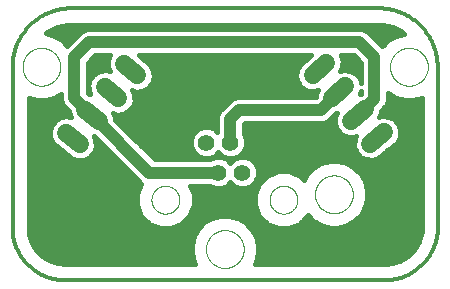
<source format=gbl>
G75*
%MOIN*%
%OFA0B0*%
%FSLAX25Y25*%
%IPPOS*%
%LPD*%
%AMOC8*
5,1,8,0,0,1.08239X$1,22.5*
%
%ADD10C,0.01200*%
%ADD11C,0.00000*%
%ADD12C,0.05937*%
%ADD13C,0.05543*%
%ADD14C,0.04000*%
%ADD15C,0.01600*%
D10*
X0021485Y0001909D02*
X0123847Y0001909D01*
X0143532Y0017657D02*
X0143532Y0072775D01*
X0143526Y0073251D01*
X0143509Y0073726D01*
X0143480Y0074201D01*
X0143440Y0074675D01*
X0143388Y0075148D01*
X0143325Y0075619D01*
X0143251Y0076089D01*
X0143165Y0076557D01*
X0143068Y0077023D01*
X0142960Y0077486D01*
X0142841Y0077946D01*
X0142710Y0078404D01*
X0142569Y0078858D01*
X0142416Y0079309D01*
X0142253Y0079755D01*
X0142079Y0080198D01*
X0141894Y0080636D01*
X0141699Y0081070D01*
X0141493Y0081499D01*
X0141277Y0081923D01*
X0141051Y0082342D01*
X0140815Y0082755D01*
X0140569Y0083162D01*
X0140313Y0083563D01*
X0140047Y0083957D01*
X0139772Y0084346D01*
X0139488Y0084727D01*
X0139195Y0085101D01*
X0138893Y0085469D01*
X0138581Y0085829D01*
X0138262Y0086181D01*
X0137934Y0086525D01*
X0137597Y0086862D01*
X0137253Y0087190D01*
X0136901Y0087509D01*
X0136541Y0087821D01*
X0136173Y0088123D01*
X0135799Y0088416D01*
X0135418Y0088700D01*
X0135029Y0088975D01*
X0134635Y0089241D01*
X0134234Y0089497D01*
X0133827Y0089743D01*
X0133414Y0089979D01*
X0132995Y0090205D01*
X0132571Y0090421D01*
X0132142Y0090627D01*
X0131708Y0090822D01*
X0131270Y0091007D01*
X0130827Y0091181D01*
X0130381Y0091344D01*
X0129930Y0091497D01*
X0129476Y0091638D01*
X0129018Y0091769D01*
X0128558Y0091888D01*
X0128095Y0091996D01*
X0127629Y0092093D01*
X0127161Y0092179D01*
X0126691Y0092253D01*
X0126220Y0092316D01*
X0125747Y0092368D01*
X0125273Y0092408D01*
X0124798Y0092437D01*
X0124323Y0092454D01*
X0123847Y0092460D01*
X0021485Y0092460D01*
X0021009Y0092454D01*
X0020534Y0092437D01*
X0020059Y0092408D01*
X0019585Y0092368D01*
X0019112Y0092316D01*
X0018641Y0092253D01*
X0018171Y0092179D01*
X0017703Y0092093D01*
X0017237Y0091996D01*
X0016774Y0091888D01*
X0016314Y0091769D01*
X0015856Y0091638D01*
X0015402Y0091497D01*
X0014951Y0091344D01*
X0014505Y0091181D01*
X0014062Y0091007D01*
X0013624Y0090822D01*
X0013190Y0090627D01*
X0012761Y0090421D01*
X0012337Y0090205D01*
X0011918Y0089979D01*
X0011505Y0089743D01*
X0011098Y0089497D01*
X0010697Y0089241D01*
X0010303Y0088975D01*
X0009914Y0088700D01*
X0009533Y0088416D01*
X0009159Y0088123D01*
X0008791Y0087821D01*
X0008431Y0087509D01*
X0008079Y0087190D01*
X0007735Y0086862D01*
X0007398Y0086525D01*
X0007070Y0086181D01*
X0006751Y0085829D01*
X0006439Y0085469D01*
X0006137Y0085101D01*
X0005844Y0084727D01*
X0005560Y0084346D01*
X0005285Y0083957D01*
X0005019Y0083563D01*
X0004763Y0083162D01*
X0004517Y0082755D01*
X0004281Y0082342D01*
X0004055Y0081923D01*
X0003839Y0081499D01*
X0003633Y0081070D01*
X0003438Y0080636D01*
X0003253Y0080198D01*
X0003079Y0079755D01*
X0002916Y0079309D01*
X0002763Y0078858D01*
X0002622Y0078404D01*
X0002491Y0077946D01*
X0002372Y0077486D01*
X0002264Y0077023D01*
X0002167Y0076557D01*
X0002081Y0076089D01*
X0002007Y0075619D01*
X0001944Y0075148D01*
X0001892Y0074675D01*
X0001852Y0074201D01*
X0001823Y0073726D01*
X0001806Y0073251D01*
X0001800Y0072775D01*
X0001800Y0017657D01*
X0001853Y0017230D01*
X0001916Y0016804D01*
X0001989Y0016379D01*
X0002073Y0015957D01*
X0002166Y0015536D01*
X0002270Y0015118D01*
X0002384Y0014703D01*
X0002508Y0014290D01*
X0002642Y0013881D01*
X0002786Y0013475D01*
X0002939Y0013072D01*
X0003103Y0012674D01*
X0003275Y0012279D01*
X0003458Y0011889D01*
X0003649Y0011503D01*
X0003850Y0011122D01*
X0004060Y0010746D01*
X0004279Y0010375D01*
X0004507Y0010009D01*
X0004744Y0009649D01*
X0004990Y0009295D01*
X0005243Y0008947D01*
X0005506Y0008606D01*
X0005776Y0008270D01*
X0006054Y0007942D01*
X0006341Y0007620D01*
X0006635Y0007305D01*
X0006936Y0006997D01*
X0007245Y0006697D01*
X0007561Y0006404D01*
X0007884Y0006119D01*
X0008214Y0005842D01*
X0008550Y0005573D01*
X0008893Y0005312D01*
X0009242Y0005059D01*
X0009597Y0004815D01*
X0009958Y0004580D01*
X0010324Y0004353D01*
X0010696Y0004136D01*
X0011073Y0003927D01*
X0011455Y0003727D01*
X0011841Y0003537D01*
X0012232Y0003357D01*
X0012627Y0003185D01*
X0013027Y0003024D01*
X0013430Y0002872D01*
X0013836Y0002729D01*
X0014246Y0002597D01*
X0014659Y0002475D01*
X0015075Y0002362D01*
X0015494Y0002260D01*
X0015914Y0002168D01*
X0016337Y0002086D01*
X0016762Y0002014D01*
X0017188Y0001953D01*
X0017616Y0001902D01*
X0018045Y0001861D01*
X0018475Y0001830D01*
X0018905Y0001811D01*
X0019336Y0001801D01*
X0019766Y0001802D01*
X0020197Y0001813D01*
X0020627Y0001835D01*
X0021057Y0001867D01*
X0021486Y0001909D01*
X0123847Y0001909D02*
X0124276Y0001867D01*
X0124706Y0001835D01*
X0125136Y0001813D01*
X0125567Y0001802D01*
X0125997Y0001801D01*
X0126428Y0001811D01*
X0126858Y0001830D01*
X0127288Y0001861D01*
X0127717Y0001902D01*
X0128145Y0001953D01*
X0128571Y0002014D01*
X0128996Y0002086D01*
X0129419Y0002168D01*
X0129839Y0002260D01*
X0130258Y0002362D01*
X0130674Y0002475D01*
X0131087Y0002597D01*
X0131497Y0002729D01*
X0131903Y0002872D01*
X0132306Y0003024D01*
X0132706Y0003185D01*
X0133101Y0003357D01*
X0133492Y0003537D01*
X0133878Y0003727D01*
X0134260Y0003927D01*
X0134637Y0004136D01*
X0135009Y0004353D01*
X0135375Y0004580D01*
X0135736Y0004815D01*
X0136091Y0005059D01*
X0136440Y0005312D01*
X0136783Y0005573D01*
X0137119Y0005842D01*
X0137449Y0006119D01*
X0137772Y0006404D01*
X0138088Y0006697D01*
X0138397Y0006997D01*
X0138698Y0007305D01*
X0138992Y0007620D01*
X0139279Y0007942D01*
X0139557Y0008270D01*
X0139827Y0008606D01*
X0140090Y0008947D01*
X0140343Y0009295D01*
X0140589Y0009649D01*
X0140826Y0010009D01*
X0141054Y0010375D01*
X0141273Y0010746D01*
X0141483Y0011122D01*
X0141684Y0011503D01*
X0141875Y0011889D01*
X0142058Y0012279D01*
X0142230Y0012674D01*
X0142394Y0013072D01*
X0142547Y0013475D01*
X0142691Y0013881D01*
X0142825Y0014290D01*
X0142949Y0014703D01*
X0143063Y0015118D01*
X0143167Y0015536D01*
X0143260Y0015957D01*
X0143344Y0016379D01*
X0143417Y0016804D01*
X0143480Y0017230D01*
X0143533Y0017657D01*
D11*
X0102627Y0030472D02*
X0102629Y0030630D01*
X0102635Y0030788D01*
X0102645Y0030946D01*
X0102659Y0031104D01*
X0102677Y0031261D01*
X0102698Y0031418D01*
X0102724Y0031574D01*
X0102754Y0031730D01*
X0102787Y0031885D01*
X0102825Y0032038D01*
X0102866Y0032191D01*
X0102911Y0032343D01*
X0102960Y0032494D01*
X0103013Y0032643D01*
X0103069Y0032791D01*
X0103129Y0032937D01*
X0103193Y0033082D01*
X0103261Y0033225D01*
X0103332Y0033367D01*
X0103406Y0033507D01*
X0103484Y0033644D01*
X0103566Y0033780D01*
X0103650Y0033914D01*
X0103739Y0034045D01*
X0103830Y0034174D01*
X0103925Y0034301D01*
X0104022Y0034426D01*
X0104123Y0034548D01*
X0104227Y0034667D01*
X0104334Y0034784D01*
X0104444Y0034898D01*
X0104557Y0035009D01*
X0104672Y0035118D01*
X0104790Y0035223D01*
X0104911Y0035325D01*
X0105034Y0035425D01*
X0105160Y0035521D01*
X0105288Y0035614D01*
X0105418Y0035704D01*
X0105551Y0035790D01*
X0105686Y0035874D01*
X0105822Y0035953D01*
X0105961Y0036030D01*
X0106102Y0036102D01*
X0106244Y0036172D01*
X0106388Y0036237D01*
X0106534Y0036299D01*
X0106681Y0036357D01*
X0106830Y0036412D01*
X0106980Y0036463D01*
X0107131Y0036510D01*
X0107283Y0036553D01*
X0107436Y0036592D01*
X0107591Y0036628D01*
X0107746Y0036659D01*
X0107902Y0036687D01*
X0108058Y0036711D01*
X0108215Y0036731D01*
X0108373Y0036747D01*
X0108530Y0036759D01*
X0108689Y0036767D01*
X0108847Y0036771D01*
X0109005Y0036771D01*
X0109163Y0036767D01*
X0109322Y0036759D01*
X0109479Y0036747D01*
X0109637Y0036731D01*
X0109794Y0036711D01*
X0109950Y0036687D01*
X0110106Y0036659D01*
X0110261Y0036628D01*
X0110416Y0036592D01*
X0110569Y0036553D01*
X0110721Y0036510D01*
X0110872Y0036463D01*
X0111022Y0036412D01*
X0111171Y0036357D01*
X0111318Y0036299D01*
X0111464Y0036237D01*
X0111608Y0036172D01*
X0111750Y0036102D01*
X0111891Y0036030D01*
X0112030Y0035953D01*
X0112166Y0035874D01*
X0112301Y0035790D01*
X0112434Y0035704D01*
X0112564Y0035614D01*
X0112692Y0035521D01*
X0112818Y0035425D01*
X0112941Y0035325D01*
X0113062Y0035223D01*
X0113180Y0035118D01*
X0113295Y0035009D01*
X0113408Y0034898D01*
X0113518Y0034784D01*
X0113625Y0034667D01*
X0113729Y0034548D01*
X0113830Y0034426D01*
X0113927Y0034301D01*
X0114022Y0034174D01*
X0114113Y0034045D01*
X0114202Y0033914D01*
X0114286Y0033780D01*
X0114368Y0033644D01*
X0114446Y0033507D01*
X0114520Y0033367D01*
X0114591Y0033225D01*
X0114659Y0033082D01*
X0114723Y0032937D01*
X0114783Y0032791D01*
X0114839Y0032643D01*
X0114892Y0032494D01*
X0114941Y0032343D01*
X0114986Y0032191D01*
X0115027Y0032038D01*
X0115065Y0031885D01*
X0115098Y0031730D01*
X0115128Y0031574D01*
X0115154Y0031418D01*
X0115175Y0031261D01*
X0115193Y0031104D01*
X0115207Y0030946D01*
X0115217Y0030788D01*
X0115223Y0030630D01*
X0115225Y0030472D01*
X0115223Y0030314D01*
X0115217Y0030156D01*
X0115207Y0029998D01*
X0115193Y0029840D01*
X0115175Y0029683D01*
X0115154Y0029526D01*
X0115128Y0029370D01*
X0115098Y0029214D01*
X0115065Y0029059D01*
X0115027Y0028906D01*
X0114986Y0028753D01*
X0114941Y0028601D01*
X0114892Y0028450D01*
X0114839Y0028301D01*
X0114783Y0028153D01*
X0114723Y0028007D01*
X0114659Y0027862D01*
X0114591Y0027719D01*
X0114520Y0027577D01*
X0114446Y0027437D01*
X0114368Y0027300D01*
X0114286Y0027164D01*
X0114202Y0027030D01*
X0114113Y0026899D01*
X0114022Y0026770D01*
X0113927Y0026643D01*
X0113830Y0026518D01*
X0113729Y0026396D01*
X0113625Y0026277D01*
X0113518Y0026160D01*
X0113408Y0026046D01*
X0113295Y0025935D01*
X0113180Y0025826D01*
X0113062Y0025721D01*
X0112941Y0025619D01*
X0112818Y0025519D01*
X0112692Y0025423D01*
X0112564Y0025330D01*
X0112434Y0025240D01*
X0112301Y0025154D01*
X0112166Y0025070D01*
X0112030Y0024991D01*
X0111891Y0024914D01*
X0111750Y0024842D01*
X0111608Y0024772D01*
X0111464Y0024707D01*
X0111318Y0024645D01*
X0111171Y0024587D01*
X0111022Y0024532D01*
X0110872Y0024481D01*
X0110721Y0024434D01*
X0110569Y0024391D01*
X0110416Y0024352D01*
X0110261Y0024316D01*
X0110106Y0024285D01*
X0109950Y0024257D01*
X0109794Y0024233D01*
X0109637Y0024213D01*
X0109479Y0024197D01*
X0109322Y0024185D01*
X0109163Y0024177D01*
X0109005Y0024173D01*
X0108847Y0024173D01*
X0108689Y0024177D01*
X0108530Y0024185D01*
X0108373Y0024197D01*
X0108215Y0024213D01*
X0108058Y0024233D01*
X0107902Y0024257D01*
X0107746Y0024285D01*
X0107591Y0024316D01*
X0107436Y0024352D01*
X0107283Y0024391D01*
X0107131Y0024434D01*
X0106980Y0024481D01*
X0106830Y0024532D01*
X0106681Y0024587D01*
X0106534Y0024645D01*
X0106388Y0024707D01*
X0106244Y0024772D01*
X0106102Y0024842D01*
X0105961Y0024914D01*
X0105822Y0024991D01*
X0105686Y0025070D01*
X0105551Y0025154D01*
X0105418Y0025240D01*
X0105288Y0025330D01*
X0105160Y0025423D01*
X0105034Y0025519D01*
X0104911Y0025619D01*
X0104790Y0025721D01*
X0104672Y0025826D01*
X0104557Y0025935D01*
X0104444Y0026046D01*
X0104334Y0026160D01*
X0104227Y0026277D01*
X0104123Y0026396D01*
X0104022Y0026518D01*
X0103925Y0026643D01*
X0103830Y0026770D01*
X0103739Y0026899D01*
X0103650Y0027030D01*
X0103566Y0027164D01*
X0103484Y0027300D01*
X0103406Y0027437D01*
X0103332Y0027577D01*
X0103261Y0027719D01*
X0103193Y0027862D01*
X0103129Y0028007D01*
X0103069Y0028153D01*
X0103013Y0028301D01*
X0102960Y0028450D01*
X0102911Y0028601D01*
X0102866Y0028753D01*
X0102825Y0028906D01*
X0102787Y0029059D01*
X0102754Y0029214D01*
X0102724Y0029370D01*
X0102698Y0029526D01*
X0102677Y0029683D01*
X0102659Y0029840D01*
X0102645Y0029998D01*
X0102635Y0030156D01*
X0102629Y0030314D01*
X0102627Y0030472D01*
X0087469Y0028661D02*
X0087471Y0028797D01*
X0087477Y0028932D01*
X0087487Y0029068D01*
X0087501Y0029203D01*
X0087519Y0029337D01*
X0087540Y0029471D01*
X0087566Y0029605D01*
X0087595Y0029737D01*
X0087629Y0029869D01*
X0087666Y0030000D01*
X0087707Y0030129D01*
X0087752Y0030257D01*
X0087800Y0030384D01*
X0087852Y0030509D01*
X0087908Y0030633D01*
X0087968Y0030755D01*
X0088031Y0030875D01*
X0088097Y0030994D01*
X0088167Y0031110D01*
X0088240Y0031225D01*
X0088317Y0031337D01*
X0088397Y0031446D01*
X0088480Y0031554D01*
X0088566Y0031659D01*
X0088655Y0031761D01*
X0088747Y0031861D01*
X0088842Y0031958D01*
X0088940Y0032052D01*
X0089040Y0032144D01*
X0089143Y0032232D01*
X0089249Y0032317D01*
X0089357Y0032400D01*
X0089467Y0032479D01*
X0089580Y0032554D01*
X0089695Y0032627D01*
X0089812Y0032696D01*
X0089931Y0032761D01*
X0090051Y0032823D01*
X0090174Y0032882D01*
X0090298Y0032937D01*
X0090424Y0032988D01*
X0090551Y0033036D01*
X0090679Y0033080D01*
X0090809Y0033120D01*
X0090940Y0033156D01*
X0091072Y0033188D01*
X0091204Y0033217D01*
X0091338Y0033242D01*
X0091472Y0033262D01*
X0091607Y0033279D01*
X0091742Y0033292D01*
X0091877Y0033301D01*
X0092013Y0033306D01*
X0092149Y0033307D01*
X0092285Y0033304D01*
X0092420Y0033297D01*
X0092556Y0033286D01*
X0092691Y0033271D01*
X0092825Y0033252D01*
X0092959Y0033230D01*
X0093092Y0033203D01*
X0093224Y0033173D01*
X0093356Y0033138D01*
X0093486Y0033100D01*
X0093615Y0033058D01*
X0093743Y0033012D01*
X0093869Y0032963D01*
X0093994Y0032910D01*
X0094118Y0032853D01*
X0094239Y0032793D01*
X0094359Y0032729D01*
X0094477Y0032662D01*
X0094593Y0032591D01*
X0094707Y0032517D01*
X0094818Y0032440D01*
X0094928Y0032359D01*
X0095034Y0032275D01*
X0095139Y0032188D01*
X0095241Y0032098D01*
X0095340Y0032006D01*
X0095436Y0031910D01*
X0095530Y0031812D01*
X0095620Y0031710D01*
X0095708Y0031607D01*
X0095792Y0031501D01*
X0095874Y0031392D01*
X0095952Y0031281D01*
X0096027Y0031168D01*
X0096098Y0031052D01*
X0096167Y0030935D01*
X0096231Y0030815D01*
X0096292Y0030694D01*
X0096350Y0030571D01*
X0096404Y0030447D01*
X0096454Y0030321D01*
X0096501Y0030193D01*
X0096544Y0030064D01*
X0096583Y0029934D01*
X0096618Y0029803D01*
X0096650Y0029671D01*
X0096677Y0029538D01*
X0096701Y0029405D01*
X0096721Y0029270D01*
X0096737Y0029135D01*
X0096749Y0029000D01*
X0096757Y0028865D01*
X0096761Y0028729D01*
X0096761Y0028593D01*
X0096757Y0028457D01*
X0096749Y0028322D01*
X0096737Y0028187D01*
X0096721Y0028052D01*
X0096701Y0027917D01*
X0096677Y0027784D01*
X0096650Y0027651D01*
X0096618Y0027519D01*
X0096583Y0027388D01*
X0096544Y0027258D01*
X0096501Y0027129D01*
X0096454Y0027001D01*
X0096404Y0026875D01*
X0096350Y0026751D01*
X0096292Y0026628D01*
X0096231Y0026507D01*
X0096167Y0026387D01*
X0096098Y0026270D01*
X0096027Y0026154D01*
X0095952Y0026041D01*
X0095874Y0025930D01*
X0095792Y0025821D01*
X0095708Y0025715D01*
X0095620Y0025612D01*
X0095530Y0025510D01*
X0095436Y0025412D01*
X0095340Y0025316D01*
X0095241Y0025224D01*
X0095139Y0025134D01*
X0095034Y0025047D01*
X0094928Y0024963D01*
X0094818Y0024882D01*
X0094707Y0024805D01*
X0094593Y0024731D01*
X0094477Y0024660D01*
X0094359Y0024593D01*
X0094239Y0024529D01*
X0094118Y0024469D01*
X0093994Y0024412D01*
X0093869Y0024359D01*
X0093743Y0024310D01*
X0093615Y0024264D01*
X0093486Y0024222D01*
X0093356Y0024184D01*
X0093224Y0024149D01*
X0093092Y0024119D01*
X0092959Y0024092D01*
X0092825Y0024070D01*
X0092691Y0024051D01*
X0092556Y0024036D01*
X0092420Y0024025D01*
X0092285Y0024018D01*
X0092149Y0024015D01*
X0092013Y0024016D01*
X0091877Y0024021D01*
X0091742Y0024030D01*
X0091607Y0024043D01*
X0091472Y0024060D01*
X0091338Y0024080D01*
X0091204Y0024105D01*
X0091072Y0024134D01*
X0090940Y0024166D01*
X0090809Y0024202D01*
X0090679Y0024242D01*
X0090551Y0024286D01*
X0090424Y0024334D01*
X0090298Y0024385D01*
X0090174Y0024440D01*
X0090051Y0024499D01*
X0089931Y0024561D01*
X0089812Y0024626D01*
X0089695Y0024695D01*
X0089580Y0024768D01*
X0089467Y0024843D01*
X0089357Y0024922D01*
X0089249Y0025005D01*
X0089143Y0025090D01*
X0089040Y0025178D01*
X0088940Y0025270D01*
X0088842Y0025364D01*
X0088747Y0025461D01*
X0088655Y0025561D01*
X0088566Y0025663D01*
X0088480Y0025768D01*
X0088397Y0025876D01*
X0088317Y0025985D01*
X0088240Y0026097D01*
X0088167Y0026212D01*
X0088097Y0026328D01*
X0088031Y0026447D01*
X0087968Y0026567D01*
X0087908Y0026689D01*
X0087852Y0026813D01*
X0087800Y0026938D01*
X0087752Y0027065D01*
X0087707Y0027193D01*
X0087666Y0027322D01*
X0087629Y0027453D01*
X0087595Y0027585D01*
X0087566Y0027717D01*
X0087540Y0027851D01*
X0087519Y0027985D01*
X0087501Y0028119D01*
X0087487Y0028254D01*
X0087477Y0028390D01*
X0087471Y0028525D01*
X0087469Y0028661D01*
X0066269Y0012224D02*
X0066271Y0012382D01*
X0066277Y0012540D01*
X0066287Y0012698D01*
X0066301Y0012856D01*
X0066319Y0013013D01*
X0066340Y0013170D01*
X0066366Y0013326D01*
X0066396Y0013482D01*
X0066429Y0013637D01*
X0066467Y0013790D01*
X0066508Y0013943D01*
X0066553Y0014095D01*
X0066602Y0014246D01*
X0066655Y0014395D01*
X0066711Y0014543D01*
X0066771Y0014689D01*
X0066835Y0014834D01*
X0066903Y0014977D01*
X0066974Y0015119D01*
X0067048Y0015259D01*
X0067126Y0015396D01*
X0067208Y0015532D01*
X0067292Y0015666D01*
X0067381Y0015797D01*
X0067472Y0015926D01*
X0067567Y0016053D01*
X0067664Y0016178D01*
X0067765Y0016300D01*
X0067869Y0016419D01*
X0067976Y0016536D01*
X0068086Y0016650D01*
X0068199Y0016761D01*
X0068314Y0016870D01*
X0068432Y0016975D01*
X0068553Y0017077D01*
X0068676Y0017177D01*
X0068802Y0017273D01*
X0068930Y0017366D01*
X0069060Y0017456D01*
X0069193Y0017542D01*
X0069328Y0017626D01*
X0069464Y0017705D01*
X0069603Y0017782D01*
X0069744Y0017854D01*
X0069886Y0017924D01*
X0070030Y0017989D01*
X0070176Y0018051D01*
X0070323Y0018109D01*
X0070472Y0018164D01*
X0070622Y0018215D01*
X0070773Y0018262D01*
X0070925Y0018305D01*
X0071078Y0018344D01*
X0071233Y0018380D01*
X0071388Y0018411D01*
X0071544Y0018439D01*
X0071700Y0018463D01*
X0071857Y0018483D01*
X0072015Y0018499D01*
X0072172Y0018511D01*
X0072331Y0018519D01*
X0072489Y0018523D01*
X0072647Y0018523D01*
X0072805Y0018519D01*
X0072964Y0018511D01*
X0073121Y0018499D01*
X0073279Y0018483D01*
X0073436Y0018463D01*
X0073592Y0018439D01*
X0073748Y0018411D01*
X0073903Y0018380D01*
X0074058Y0018344D01*
X0074211Y0018305D01*
X0074363Y0018262D01*
X0074514Y0018215D01*
X0074664Y0018164D01*
X0074813Y0018109D01*
X0074960Y0018051D01*
X0075106Y0017989D01*
X0075250Y0017924D01*
X0075392Y0017854D01*
X0075533Y0017782D01*
X0075672Y0017705D01*
X0075808Y0017626D01*
X0075943Y0017542D01*
X0076076Y0017456D01*
X0076206Y0017366D01*
X0076334Y0017273D01*
X0076460Y0017177D01*
X0076583Y0017077D01*
X0076704Y0016975D01*
X0076822Y0016870D01*
X0076937Y0016761D01*
X0077050Y0016650D01*
X0077160Y0016536D01*
X0077267Y0016419D01*
X0077371Y0016300D01*
X0077472Y0016178D01*
X0077569Y0016053D01*
X0077664Y0015926D01*
X0077755Y0015797D01*
X0077844Y0015666D01*
X0077928Y0015532D01*
X0078010Y0015396D01*
X0078088Y0015259D01*
X0078162Y0015119D01*
X0078233Y0014977D01*
X0078301Y0014834D01*
X0078365Y0014689D01*
X0078425Y0014543D01*
X0078481Y0014395D01*
X0078534Y0014246D01*
X0078583Y0014095D01*
X0078628Y0013943D01*
X0078669Y0013790D01*
X0078707Y0013637D01*
X0078740Y0013482D01*
X0078770Y0013326D01*
X0078796Y0013170D01*
X0078817Y0013013D01*
X0078835Y0012856D01*
X0078849Y0012698D01*
X0078859Y0012540D01*
X0078865Y0012382D01*
X0078867Y0012224D01*
X0078865Y0012066D01*
X0078859Y0011908D01*
X0078849Y0011750D01*
X0078835Y0011592D01*
X0078817Y0011435D01*
X0078796Y0011278D01*
X0078770Y0011122D01*
X0078740Y0010966D01*
X0078707Y0010811D01*
X0078669Y0010658D01*
X0078628Y0010505D01*
X0078583Y0010353D01*
X0078534Y0010202D01*
X0078481Y0010053D01*
X0078425Y0009905D01*
X0078365Y0009759D01*
X0078301Y0009614D01*
X0078233Y0009471D01*
X0078162Y0009329D01*
X0078088Y0009189D01*
X0078010Y0009052D01*
X0077928Y0008916D01*
X0077844Y0008782D01*
X0077755Y0008651D01*
X0077664Y0008522D01*
X0077569Y0008395D01*
X0077472Y0008270D01*
X0077371Y0008148D01*
X0077267Y0008029D01*
X0077160Y0007912D01*
X0077050Y0007798D01*
X0076937Y0007687D01*
X0076822Y0007578D01*
X0076704Y0007473D01*
X0076583Y0007371D01*
X0076460Y0007271D01*
X0076334Y0007175D01*
X0076206Y0007082D01*
X0076076Y0006992D01*
X0075943Y0006906D01*
X0075808Y0006822D01*
X0075672Y0006743D01*
X0075533Y0006666D01*
X0075392Y0006594D01*
X0075250Y0006524D01*
X0075106Y0006459D01*
X0074960Y0006397D01*
X0074813Y0006339D01*
X0074664Y0006284D01*
X0074514Y0006233D01*
X0074363Y0006186D01*
X0074211Y0006143D01*
X0074058Y0006104D01*
X0073903Y0006068D01*
X0073748Y0006037D01*
X0073592Y0006009D01*
X0073436Y0005985D01*
X0073279Y0005965D01*
X0073121Y0005949D01*
X0072964Y0005937D01*
X0072805Y0005929D01*
X0072647Y0005925D01*
X0072489Y0005925D01*
X0072331Y0005929D01*
X0072172Y0005937D01*
X0072015Y0005949D01*
X0071857Y0005965D01*
X0071700Y0005985D01*
X0071544Y0006009D01*
X0071388Y0006037D01*
X0071233Y0006068D01*
X0071078Y0006104D01*
X0070925Y0006143D01*
X0070773Y0006186D01*
X0070622Y0006233D01*
X0070472Y0006284D01*
X0070323Y0006339D01*
X0070176Y0006397D01*
X0070030Y0006459D01*
X0069886Y0006524D01*
X0069744Y0006594D01*
X0069603Y0006666D01*
X0069464Y0006743D01*
X0069328Y0006822D01*
X0069193Y0006906D01*
X0069060Y0006992D01*
X0068930Y0007082D01*
X0068802Y0007175D01*
X0068676Y0007271D01*
X0068553Y0007371D01*
X0068432Y0007473D01*
X0068314Y0007578D01*
X0068199Y0007687D01*
X0068086Y0007798D01*
X0067976Y0007912D01*
X0067869Y0008029D01*
X0067765Y0008148D01*
X0067664Y0008270D01*
X0067567Y0008395D01*
X0067472Y0008522D01*
X0067381Y0008651D01*
X0067292Y0008782D01*
X0067208Y0008916D01*
X0067126Y0009052D01*
X0067048Y0009189D01*
X0066974Y0009329D01*
X0066903Y0009471D01*
X0066835Y0009614D01*
X0066771Y0009759D01*
X0066711Y0009905D01*
X0066655Y0010053D01*
X0066602Y0010202D01*
X0066553Y0010353D01*
X0066508Y0010505D01*
X0066467Y0010658D01*
X0066429Y0010811D01*
X0066396Y0010966D01*
X0066366Y0011122D01*
X0066340Y0011278D01*
X0066319Y0011435D01*
X0066301Y0011592D01*
X0066287Y0011750D01*
X0066277Y0011908D01*
X0066271Y0012066D01*
X0066269Y0012224D01*
X0048099Y0028661D02*
X0048101Y0028797D01*
X0048107Y0028932D01*
X0048117Y0029068D01*
X0048131Y0029203D01*
X0048149Y0029337D01*
X0048170Y0029471D01*
X0048196Y0029605D01*
X0048225Y0029737D01*
X0048259Y0029869D01*
X0048296Y0030000D01*
X0048337Y0030129D01*
X0048382Y0030257D01*
X0048430Y0030384D01*
X0048482Y0030509D01*
X0048538Y0030633D01*
X0048598Y0030755D01*
X0048661Y0030875D01*
X0048727Y0030994D01*
X0048797Y0031110D01*
X0048870Y0031225D01*
X0048947Y0031337D01*
X0049027Y0031446D01*
X0049110Y0031554D01*
X0049196Y0031659D01*
X0049285Y0031761D01*
X0049377Y0031861D01*
X0049472Y0031958D01*
X0049570Y0032052D01*
X0049670Y0032144D01*
X0049773Y0032232D01*
X0049879Y0032317D01*
X0049987Y0032400D01*
X0050097Y0032479D01*
X0050210Y0032554D01*
X0050325Y0032627D01*
X0050442Y0032696D01*
X0050561Y0032761D01*
X0050681Y0032823D01*
X0050804Y0032882D01*
X0050928Y0032937D01*
X0051054Y0032988D01*
X0051181Y0033036D01*
X0051309Y0033080D01*
X0051439Y0033120D01*
X0051570Y0033156D01*
X0051702Y0033188D01*
X0051834Y0033217D01*
X0051968Y0033242D01*
X0052102Y0033262D01*
X0052237Y0033279D01*
X0052372Y0033292D01*
X0052507Y0033301D01*
X0052643Y0033306D01*
X0052779Y0033307D01*
X0052915Y0033304D01*
X0053050Y0033297D01*
X0053186Y0033286D01*
X0053321Y0033271D01*
X0053455Y0033252D01*
X0053589Y0033230D01*
X0053722Y0033203D01*
X0053854Y0033173D01*
X0053986Y0033138D01*
X0054116Y0033100D01*
X0054245Y0033058D01*
X0054373Y0033012D01*
X0054499Y0032963D01*
X0054624Y0032910D01*
X0054748Y0032853D01*
X0054869Y0032793D01*
X0054989Y0032729D01*
X0055107Y0032662D01*
X0055223Y0032591D01*
X0055337Y0032517D01*
X0055448Y0032440D01*
X0055558Y0032359D01*
X0055664Y0032275D01*
X0055769Y0032188D01*
X0055871Y0032098D01*
X0055970Y0032006D01*
X0056066Y0031910D01*
X0056160Y0031812D01*
X0056250Y0031710D01*
X0056338Y0031607D01*
X0056422Y0031501D01*
X0056504Y0031392D01*
X0056582Y0031281D01*
X0056657Y0031168D01*
X0056728Y0031052D01*
X0056797Y0030935D01*
X0056861Y0030815D01*
X0056922Y0030694D01*
X0056980Y0030571D01*
X0057034Y0030447D01*
X0057084Y0030321D01*
X0057131Y0030193D01*
X0057174Y0030064D01*
X0057213Y0029934D01*
X0057248Y0029803D01*
X0057280Y0029671D01*
X0057307Y0029538D01*
X0057331Y0029405D01*
X0057351Y0029270D01*
X0057367Y0029135D01*
X0057379Y0029000D01*
X0057387Y0028865D01*
X0057391Y0028729D01*
X0057391Y0028593D01*
X0057387Y0028457D01*
X0057379Y0028322D01*
X0057367Y0028187D01*
X0057351Y0028052D01*
X0057331Y0027917D01*
X0057307Y0027784D01*
X0057280Y0027651D01*
X0057248Y0027519D01*
X0057213Y0027388D01*
X0057174Y0027258D01*
X0057131Y0027129D01*
X0057084Y0027001D01*
X0057034Y0026875D01*
X0056980Y0026751D01*
X0056922Y0026628D01*
X0056861Y0026507D01*
X0056797Y0026387D01*
X0056728Y0026270D01*
X0056657Y0026154D01*
X0056582Y0026041D01*
X0056504Y0025930D01*
X0056422Y0025821D01*
X0056338Y0025715D01*
X0056250Y0025612D01*
X0056160Y0025510D01*
X0056066Y0025412D01*
X0055970Y0025316D01*
X0055871Y0025224D01*
X0055769Y0025134D01*
X0055664Y0025047D01*
X0055558Y0024963D01*
X0055448Y0024882D01*
X0055337Y0024805D01*
X0055223Y0024731D01*
X0055107Y0024660D01*
X0054989Y0024593D01*
X0054869Y0024529D01*
X0054748Y0024469D01*
X0054624Y0024412D01*
X0054499Y0024359D01*
X0054373Y0024310D01*
X0054245Y0024264D01*
X0054116Y0024222D01*
X0053986Y0024184D01*
X0053854Y0024149D01*
X0053722Y0024119D01*
X0053589Y0024092D01*
X0053455Y0024070D01*
X0053321Y0024051D01*
X0053186Y0024036D01*
X0053050Y0024025D01*
X0052915Y0024018D01*
X0052779Y0024015D01*
X0052643Y0024016D01*
X0052507Y0024021D01*
X0052372Y0024030D01*
X0052237Y0024043D01*
X0052102Y0024060D01*
X0051968Y0024080D01*
X0051834Y0024105D01*
X0051702Y0024134D01*
X0051570Y0024166D01*
X0051439Y0024202D01*
X0051309Y0024242D01*
X0051181Y0024286D01*
X0051054Y0024334D01*
X0050928Y0024385D01*
X0050804Y0024440D01*
X0050681Y0024499D01*
X0050561Y0024561D01*
X0050442Y0024626D01*
X0050325Y0024695D01*
X0050210Y0024768D01*
X0050097Y0024843D01*
X0049987Y0024922D01*
X0049879Y0025005D01*
X0049773Y0025090D01*
X0049670Y0025178D01*
X0049570Y0025270D01*
X0049472Y0025364D01*
X0049377Y0025461D01*
X0049285Y0025561D01*
X0049196Y0025663D01*
X0049110Y0025768D01*
X0049027Y0025876D01*
X0048947Y0025985D01*
X0048870Y0026097D01*
X0048797Y0026212D01*
X0048727Y0026328D01*
X0048661Y0026447D01*
X0048598Y0026567D01*
X0048538Y0026689D01*
X0048482Y0026813D01*
X0048430Y0026938D01*
X0048382Y0027065D01*
X0048337Y0027193D01*
X0048296Y0027322D01*
X0048259Y0027453D01*
X0048225Y0027585D01*
X0048196Y0027717D01*
X0048170Y0027851D01*
X0048149Y0027985D01*
X0048131Y0028119D01*
X0048117Y0028254D01*
X0048107Y0028390D01*
X0048101Y0028525D01*
X0048099Y0028661D01*
X0005127Y0072972D02*
X0005129Y0073130D01*
X0005135Y0073288D01*
X0005145Y0073446D01*
X0005159Y0073604D01*
X0005177Y0073761D01*
X0005198Y0073918D01*
X0005224Y0074074D01*
X0005254Y0074230D01*
X0005287Y0074385D01*
X0005325Y0074538D01*
X0005366Y0074691D01*
X0005411Y0074843D01*
X0005460Y0074994D01*
X0005513Y0075143D01*
X0005569Y0075291D01*
X0005629Y0075437D01*
X0005693Y0075582D01*
X0005761Y0075725D01*
X0005832Y0075867D01*
X0005906Y0076007D01*
X0005984Y0076144D01*
X0006066Y0076280D01*
X0006150Y0076414D01*
X0006239Y0076545D01*
X0006330Y0076674D01*
X0006425Y0076801D01*
X0006522Y0076926D01*
X0006623Y0077048D01*
X0006727Y0077167D01*
X0006834Y0077284D01*
X0006944Y0077398D01*
X0007057Y0077509D01*
X0007172Y0077618D01*
X0007290Y0077723D01*
X0007411Y0077825D01*
X0007534Y0077925D01*
X0007660Y0078021D01*
X0007788Y0078114D01*
X0007918Y0078204D01*
X0008051Y0078290D01*
X0008186Y0078374D01*
X0008322Y0078453D01*
X0008461Y0078530D01*
X0008602Y0078602D01*
X0008744Y0078672D01*
X0008888Y0078737D01*
X0009034Y0078799D01*
X0009181Y0078857D01*
X0009330Y0078912D01*
X0009480Y0078963D01*
X0009631Y0079010D01*
X0009783Y0079053D01*
X0009936Y0079092D01*
X0010091Y0079128D01*
X0010246Y0079159D01*
X0010402Y0079187D01*
X0010558Y0079211D01*
X0010715Y0079231D01*
X0010873Y0079247D01*
X0011030Y0079259D01*
X0011189Y0079267D01*
X0011347Y0079271D01*
X0011505Y0079271D01*
X0011663Y0079267D01*
X0011822Y0079259D01*
X0011979Y0079247D01*
X0012137Y0079231D01*
X0012294Y0079211D01*
X0012450Y0079187D01*
X0012606Y0079159D01*
X0012761Y0079128D01*
X0012916Y0079092D01*
X0013069Y0079053D01*
X0013221Y0079010D01*
X0013372Y0078963D01*
X0013522Y0078912D01*
X0013671Y0078857D01*
X0013818Y0078799D01*
X0013964Y0078737D01*
X0014108Y0078672D01*
X0014250Y0078602D01*
X0014391Y0078530D01*
X0014530Y0078453D01*
X0014666Y0078374D01*
X0014801Y0078290D01*
X0014934Y0078204D01*
X0015064Y0078114D01*
X0015192Y0078021D01*
X0015318Y0077925D01*
X0015441Y0077825D01*
X0015562Y0077723D01*
X0015680Y0077618D01*
X0015795Y0077509D01*
X0015908Y0077398D01*
X0016018Y0077284D01*
X0016125Y0077167D01*
X0016229Y0077048D01*
X0016330Y0076926D01*
X0016427Y0076801D01*
X0016522Y0076674D01*
X0016613Y0076545D01*
X0016702Y0076414D01*
X0016786Y0076280D01*
X0016868Y0076144D01*
X0016946Y0076007D01*
X0017020Y0075867D01*
X0017091Y0075725D01*
X0017159Y0075582D01*
X0017223Y0075437D01*
X0017283Y0075291D01*
X0017339Y0075143D01*
X0017392Y0074994D01*
X0017441Y0074843D01*
X0017486Y0074691D01*
X0017527Y0074538D01*
X0017565Y0074385D01*
X0017598Y0074230D01*
X0017628Y0074074D01*
X0017654Y0073918D01*
X0017675Y0073761D01*
X0017693Y0073604D01*
X0017707Y0073446D01*
X0017717Y0073288D01*
X0017723Y0073130D01*
X0017725Y0072972D01*
X0017723Y0072814D01*
X0017717Y0072656D01*
X0017707Y0072498D01*
X0017693Y0072340D01*
X0017675Y0072183D01*
X0017654Y0072026D01*
X0017628Y0071870D01*
X0017598Y0071714D01*
X0017565Y0071559D01*
X0017527Y0071406D01*
X0017486Y0071253D01*
X0017441Y0071101D01*
X0017392Y0070950D01*
X0017339Y0070801D01*
X0017283Y0070653D01*
X0017223Y0070507D01*
X0017159Y0070362D01*
X0017091Y0070219D01*
X0017020Y0070077D01*
X0016946Y0069937D01*
X0016868Y0069800D01*
X0016786Y0069664D01*
X0016702Y0069530D01*
X0016613Y0069399D01*
X0016522Y0069270D01*
X0016427Y0069143D01*
X0016330Y0069018D01*
X0016229Y0068896D01*
X0016125Y0068777D01*
X0016018Y0068660D01*
X0015908Y0068546D01*
X0015795Y0068435D01*
X0015680Y0068326D01*
X0015562Y0068221D01*
X0015441Y0068119D01*
X0015318Y0068019D01*
X0015192Y0067923D01*
X0015064Y0067830D01*
X0014934Y0067740D01*
X0014801Y0067654D01*
X0014666Y0067570D01*
X0014530Y0067491D01*
X0014391Y0067414D01*
X0014250Y0067342D01*
X0014108Y0067272D01*
X0013964Y0067207D01*
X0013818Y0067145D01*
X0013671Y0067087D01*
X0013522Y0067032D01*
X0013372Y0066981D01*
X0013221Y0066934D01*
X0013069Y0066891D01*
X0012916Y0066852D01*
X0012761Y0066816D01*
X0012606Y0066785D01*
X0012450Y0066757D01*
X0012294Y0066733D01*
X0012137Y0066713D01*
X0011979Y0066697D01*
X0011822Y0066685D01*
X0011663Y0066677D01*
X0011505Y0066673D01*
X0011347Y0066673D01*
X0011189Y0066677D01*
X0011030Y0066685D01*
X0010873Y0066697D01*
X0010715Y0066713D01*
X0010558Y0066733D01*
X0010402Y0066757D01*
X0010246Y0066785D01*
X0010091Y0066816D01*
X0009936Y0066852D01*
X0009783Y0066891D01*
X0009631Y0066934D01*
X0009480Y0066981D01*
X0009330Y0067032D01*
X0009181Y0067087D01*
X0009034Y0067145D01*
X0008888Y0067207D01*
X0008744Y0067272D01*
X0008602Y0067342D01*
X0008461Y0067414D01*
X0008322Y0067491D01*
X0008186Y0067570D01*
X0008051Y0067654D01*
X0007918Y0067740D01*
X0007788Y0067830D01*
X0007660Y0067923D01*
X0007534Y0068019D01*
X0007411Y0068119D01*
X0007290Y0068221D01*
X0007172Y0068326D01*
X0007057Y0068435D01*
X0006944Y0068546D01*
X0006834Y0068660D01*
X0006727Y0068777D01*
X0006623Y0068896D01*
X0006522Y0069018D01*
X0006425Y0069143D01*
X0006330Y0069270D01*
X0006239Y0069399D01*
X0006150Y0069530D01*
X0006066Y0069664D01*
X0005984Y0069800D01*
X0005906Y0069937D01*
X0005832Y0070077D01*
X0005761Y0070219D01*
X0005693Y0070362D01*
X0005629Y0070507D01*
X0005569Y0070653D01*
X0005513Y0070801D01*
X0005460Y0070950D01*
X0005411Y0071101D01*
X0005366Y0071253D01*
X0005325Y0071406D01*
X0005287Y0071559D01*
X0005254Y0071714D01*
X0005224Y0071870D01*
X0005198Y0072026D01*
X0005177Y0072183D01*
X0005159Y0072340D01*
X0005145Y0072498D01*
X0005135Y0072656D01*
X0005129Y0072814D01*
X0005127Y0072972D01*
X0127627Y0072972D02*
X0127629Y0073130D01*
X0127635Y0073288D01*
X0127645Y0073446D01*
X0127659Y0073604D01*
X0127677Y0073761D01*
X0127698Y0073918D01*
X0127724Y0074074D01*
X0127754Y0074230D01*
X0127787Y0074385D01*
X0127825Y0074538D01*
X0127866Y0074691D01*
X0127911Y0074843D01*
X0127960Y0074994D01*
X0128013Y0075143D01*
X0128069Y0075291D01*
X0128129Y0075437D01*
X0128193Y0075582D01*
X0128261Y0075725D01*
X0128332Y0075867D01*
X0128406Y0076007D01*
X0128484Y0076144D01*
X0128566Y0076280D01*
X0128650Y0076414D01*
X0128739Y0076545D01*
X0128830Y0076674D01*
X0128925Y0076801D01*
X0129022Y0076926D01*
X0129123Y0077048D01*
X0129227Y0077167D01*
X0129334Y0077284D01*
X0129444Y0077398D01*
X0129557Y0077509D01*
X0129672Y0077618D01*
X0129790Y0077723D01*
X0129911Y0077825D01*
X0130034Y0077925D01*
X0130160Y0078021D01*
X0130288Y0078114D01*
X0130418Y0078204D01*
X0130551Y0078290D01*
X0130686Y0078374D01*
X0130822Y0078453D01*
X0130961Y0078530D01*
X0131102Y0078602D01*
X0131244Y0078672D01*
X0131388Y0078737D01*
X0131534Y0078799D01*
X0131681Y0078857D01*
X0131830Y0078912D01*
X0131980Y0078963D01*
X0132131Y0079010D01*
X0132283Y0079053D01*
X0132436Y0079092D01*
X0132591Y0079128D01*
X0132746Y0079159D01*
X0132902Y0079187D01*
X0133058Y0079211D01*
X0133215Y0079231D01*
X0133373Y0079247D01*
X0133530Y0079259D01*
X0133689Y0079267D01*
X0133847Y0079271D01*
X0134005Y0079271D01*
X0134163Y0079267D01*
X0134322Y0079259D01*
X0134479Y0079247D01*
X0134637Y0079231D01*
X0134794Y0079211D01*
X0134950Y0079187D01*
X0135106Y0079159D01*
X0135261Y0079128D01*
X0135416Y0079092D01*
X0135569Y0079053D01*
X0135721Y0079010D01*
X0135872Y0078963D01*
X0136022Y0078912D01*
X0136171Y0078857D01*
X0136318Y0078799D01*
X0136464Y0078737D01*
X0136608Y0078672D01*
X0136750Y0078602D01*
X0136891Y0078530D01*
X0137030Y0078453D01*
X0137166Y0078374D01*
X0137301Y0078290D01*
X0137434Y0078204D01*
X0137564Y0078114D01*
X0137692Y0078021D01*
X0137818Y0077925D01*
X0137941Y0077825D01*
X0138062Y0077723D01*
X0138180Y0077618D01*
X0138295Y0077509D01*
X0138408Y0077398D01*
X0138518Y0077284D01*
X0138625Y0077167D01*
X0138729Y0077048D01*
X0138830Y0076926D01*
X0138927Y0076801D01*
X0139022Y0076674D01*
X0139113Y0076545D01*
X0139202Y0076414D01*
X0139286Y0076280D01*
X0139368Y0076144D01*
X0139446Y0076007D01*
X0139520Y0075867D01*
X0139591Y0075725D01*
X0139659Y0075582D01*
X0139723Y0075437D01*
X0139783Y0075291D01*
X0139839Y0075143D01*
X0139892Y0074994D01*
X0139941Y0074843D01*
X0139986Y0074691D01*
X0140027Y0074538D01*
X0140065Y0074385D01*
X0140098Y0074230D01*
X0140128Y0074074D01*
X0140154Y0073918D01*
X0140175Y0073761D01*
X0140193Y0073604D01*
X0140207Y0073446D01*
X0140217Y0073288D01*
X0140223Y0073130D01*
X0140225Y0072972D01*
X0140223Y0072814D01*
X0140217Y0072656D01*
X0140207Y0072498D01*
X0140193Y0072340D01*
X0140175Y0072183D01*
X0140154Y0072026D01*
X0140128Y0071870D01*
X0140098Y0071714D01*
X0140065Y0071559D01*
X0140027Y0071406D01*
X0139986Y0071253D01*
X0139941Y0071101D01*
X0139892Y0070950D01*
X0139839Y0070801D01*
X0139783Y0070653D01*
X0139723Y0070507D01*
X0139659Y0070362D01*
X0139591Y0070219D01*
X0139520Y0070077D01*
X0139446Y0069937D01*
X0139368Y0069800D01*
X0139286Y0069664D01*
X0139202Y0069530D01*
X0139113Y0069399D01*
X0139022Y0069270D01*
X0138927Y0069143D01*
X0138830Y0069018D01*
X0138729Y0068896D01*
X0138625Y0068777D01*
X0138518Y0068660D01*
X0138408Y0068546D01*
X0138295Y0068435D01*
X0138180Y0068326D01*
X0138062Y0068221D01*
X0137941Y0068119D01*
X0137818Y0068019D01*
X0137692Y0067923D01*
X0137564Y0067830D01*
X0137434Y0067740D01*
X0137301Y0067654D01*
X0137166Y0067570D01*
X0137030Y0067491D01*
X0136891Y0067414D01*
X0136750Y0067342D01*
X0136608Y0067272D01*
X0136464Y0067207D01*
X0136318Y0067145D01*
X0136171Y0067087D01*
X0136022Y0067032D01*
X0135872Y0066981D01*
X0135721Y0066934D01*
X0135569Y0066891D01*
X0135416Y0066852D01*
X0135261Y0066816D01*
X0135106Y0066785D01*
X0134950Y0066757D01*
X0134794Y0066733D01*
X0134637Y0066713D01*
X0134479Y0066697D01*
X0134322Y0066685D01*
X0134163Y0066677D01*
X0134005Y0066673D01*
X0133847Y0066673D01*
X0133689Y0066677D01*
X0133530Y0066685D01*
X0133373Y0066697D01*
X0133215Y0066713D01*
X0133058Y0066733D01*
X0132902Y0066757D01*
X0132746Y0066785D01*
X0132591Y0066816D01*
X0132436Y0066852D01*
X0132283Y0066891D01*
X0132131Y0066934D01*
X0131980Y0066981D01*
X0131830Y0067032D01*
X0131681Y0067087D01*
X0131534Y0067145D01*
X0131388Y0067207D01*
X0131244Y0067272D01*
X0131102Y0067342D01*
X0130961Y0067414D01*
X0130822Y0067491D01*
X0130686Y0067570D01*
X0130551Y0067654D01*
X0130418Y0067740D01*
X0130288Y0067830D01*
X0130160Y0067923D01*
X0130034Y0068019D01*
X0129911Y0068119D01*
X0129790Y0068221D01*
X0129672Y0068326D01*
X0129557Y0068435D01*
X0129444Y0068546D01*
X0129334Y0068660D01*
X0129227Y0068777D01*
X0129123Y0068896D01*
X0129022Y0069018D01*
X0128925Y0069143D01*
X0128830Y0069270D01*
X0128739Y0069399D01*
X0128650Y0069530D01*
X0128566Y0069664D01*
X0128484Y0069800D01*
X0128406Y0069937D01*
X0128332Y0070077D01*
X0128261Y0070219D01*
X0128193Y0070362D01*
X0128129Y0070507D01*
X0128069Y0070653D01*
X0128013Y0070801D01*
X0127960Y0070950D01*
X0127911Y0071101D01*
X0127866Y0071253D01*
X0127825Y0071406D01*
X0127787Y0071559D01*
X0127754Y0071714D01*
X0127724Y0071870D01*
X0127698Y0072026D01*
X0127677Y0072183D01*
X0127659Y0072340D01*
X0127645Y0072498D01*
X0127635Y0072656D01*
X0127629Y0072814D01*
X0127627Y0072972D01*
D12*
X0112789Y0066462D02*
X0108241Y0062646D01*
X0114669Y0054985D02*
X0119217Y0058802D01*
X0125645Y0051141D02*
X0121097Y0047325D01*
X0101813Y0070306D02*
X0106361Y0074123D01*
X0043453Y0070159D02*
X0038905Y0073975D01*
X0032477Y0066314D02*
X0037025Y0062498D01*
X0030597Y0054838D02*
X0026049Y0058654D01*
X0019621Y0050994D02*
X0024169Y0047177D01*
D13*
X0066406Y0047716D03*
X0074438Y0047716D03*
X0078454Y0037716D03*
X0070422Y0037716D03*
D14*
X0047353Y0037716D01*
X0028323Y0056746D01*
X0022430Y0062639D01*
X0022430Y0076161D01*
X0027430Y0081161D01*
X0117430Y0081161D01*
X0122430Y0076161D01*
X0122430Y0062381D01*
X0116943Y0056894D01*
X0110515Y0064554D02*
X0104622Y0058661D01*
X0077430Y0058661D01*
X0074438Y0055669D01*
X0074438Y0047716D01*
D15*
X0014108Y0008439D02*
X0011754Y0009923D01*
X0009790Y0011893D01*
X0008313Y0014252D01*
X0007398Y0016879D01*
X0007200Y0018057D01*
X0007200Y0062614D01*
X0009965Y0061873D01*
X0012887Y0061873D01*
X0015710Y0062629D01*
X0018030Y0063969D01*
X0018030Y0061764D01*
X0018700Y0060146D01*
X0019938Y0058909D01*
X0020705Y0058141D01*
X0020794Y0057122D01*
X0021335Y0056082D01*
X0020217Y0056435D01*
X0018089Y0056249D01*
X0016195Y0055262D01*
X0014822Y0053626D01*
X0014180Y0051589D01*
X0014366Y0049462D01*
X0015352Y0047567D01*
X0021536Y0042378D01*
X0023573Y0041736D01*
X0025701Y0041922D01*
X0027595Y0042908D01*
X0028968Y0044545D01*
X0029610Y0046581D01*
X0029424Y0048709D01*
X0028883Y0049749D01*
X0029196Y0049651D01*
X0043623Y0035224D01*
X0044786Y0034060D01*
X0044737Y0034012D01*
X0043299Y0030540D01*
X0043299Y0026782D01*
X0044737Y0023310D01*
X0047394Y0020653D01*
X0050866Y0019215D01*
X0054624Y0019215D01*
X0058095Y0020653D01*
X0060753Y0023310D01*
X0062191Y0026782D01*
X0062191Y0030540D01*
X0061041Y0033316D01*
X0067530Y0033316D01*
X0069393Y0032544D01*
X0071451Y0032544D01*
X0073352Y0033332D01*
X0074438Y0034418D01*
X0075524Y0033332D01*
X0077425Y0032544D01*
X0079482Y0032544D01*
X0081383Y0033332D01*
X0082838Y0034787D01*
X0083625Y0036687D01*
X0083625Y0038745D01*
X0082838Y0040646D01*
X0081383Y0042100D01*
X0079482Y0042888D01*
X0077425Y0042888D01*
X0075524Y0042100D01*
X0074438Y0041014D01*
X0073352Y0042100D01*
X0071451Y0042888D01*
X0069393Y0042888D01*
X0067530Y0042116D01*
X0049175Y0042116D01*
X0035941Y0055350D01*
X0035852Y0056369D01*
X0035310Y0057410D01*
X0036429Y0057057D01*
X0038557Y0057243D01*
X0040451Y0058229D01*
X0041824Y0059865D01*
X0042466Y0061902D01*
X0042280Y0064030D01*
X0041738Y0065070D01*
X0042857Y0064718D01*
X0044984Y0064904D01*
X0046879Y0065890D01*
X0048252Y0067526D01*
X0048894Y0069563D01*
X0048708Y0071690D01*
X0047722Y0073585D01*
X0043936Y0076761D01*
X0101153Y0076761D01*
X0097544Y0073732D01*
X0096558Y0071838D01*
X0096372Y0069710D01*
X0097014Y0067674D01*
X0098387Y0066038D01*
X0100281Y0065051D01*
X0102409Y0064865D01*
X0103527Y0065218D01*
X0102986Y0064178D01*
X0102897Y0063158D01*
X0102799Y0063061D01*
X0076555Y0063061D01*
X0074938Y0062391D01*
X0071945Y0059399D01*
X0070708Y0058161D01*
X0070038Y0056544D01*
X0070038Y0051398D01*
X0069336Y0052100D01*
X0067435Y0052888D01*
X0065378Y0052888D01*
X0063477Y0052100D01*
X0062022Y0050646D01*
X0061235Y0048745D01*
X0061235Y0046687D01*
X0062022Y0044787D01*
X0063477Y0043332D01*
X0065378Y0042544D01*
X0067435Y0042544D01*
X0069336Y0043332D01*
X0070422Y0044418D01*
X0071508Y0043332D01*
X0073409Y0042544D01*
X0075466Y0042544D01*
X0077367Y0043332D01*
X0078822Y0044787D01*
X0079609Y0046687D01*
X0079609Y0048745D01*
X0078838Y0050608D01*
X0078838Y0053846D01*
X0079252Y0054261D01*
X0105497Y0054261D01*
X0107114Y0054931D01*
X0108352Y0056169D01*
X0109642Y0057459D01*
X0109955Y0057557D01*
X0109414Y0056517D01*
X0109228Y0054390D01*
X0109870Y0052353D01*
X0111243Y0050717D01*
X0113137Y0049730D01*
X0115265Y0049544D01*
X0116383Y0049897D01*
X0115842Y0048857D01*
X0115655Y0046729D01*
X0116298Y0044692D01*
X0117670Y0043056D01*
X0119565Y0042070D01*
X0121692Y0041884D01*
X0123729Y0042526D01*
X0129913Y0047715D01*
X0130900Y0049610D01*
X0131086Y0051737D01*
X0130443Y0053774D01*
X0129071Y0055410D01*
X0127176Y0056396D01*
X0125049Y0056582D01*
X0123930Y0056230D01*
X0124472Y0057270D01*
X0124561Y0058289D01*
X0124922Y0058651D01*
X0126160Y0059888D01*
X0126830Y0061506D01*
X0126830Y0064371D01*
X0127111Y0064090D01*
X0129642Y0062629D01*
X0132465Y0061873D01*
X0135387Y0061873D01*
X0138132Y0062608D01*
X0138132Y0018057D01*
X0137934Y0016879D01*
X0137019Y0014252D01*
X0135542Y0011893D01*
X0133578Y0009923D01*
X0131224Y0008439D01*
X0128599Y0007516D01*
X0125835Y0007200D01*
X0125086Y0007241D01*
X0124921Y0007309D01*
X0124146Y0007309D01*
X0123376Y0007395D01*
X0123081Y0007309D01*
X0082546Y0007309D01*
X0082911Y0007940D01*
X0083667Y0010763D01*
X0083667Y0013685D01*
X0082911Y0016508D01*
X0081449Y0019039D01*
X0079383Y0021106D01*
X0076852Y0022567D01*
X0074029Y0023323D01*
X0071106Y0023323D01*
X0068284Y0022567D01*
X0065753Y0021106D01*
X0063686Y0019039D01*
X0062225Y0016508D01*
X0061469Y0013685D01*
X0061469Y0010763D01*
X0062225Y0007940D01*
X0062589Y0007309D01*
X0022252Y0007309D01*
X0021956Y0007395D01*
X0021186Y0007309D01*
X0020411Y0007309D01*
X0020247Y0007241D01*
X0019497Y0007200D01*
X0016733Y0007516D01*
X0014108Y0008439D01*
X0014494Y0008303D02*
X0062128Y0008303D01*
X0061699Y0009902D02*
X0011788Y0009902D01*
X0010182Y0011500D02*
X0061469Y0011500D01*
X0061469Y0013099D02*
X0009035Y0013099D01*
X0008158Y0014697D02*
X0061740Y0014697D01*
X0062168Y0016296D02*
X0007601Y0016296D01*
X0007227Y0017894D02*
X0063025Y0017894D01*
X0064140Y0019493D02*
X0055293Y0019493D01*
X0058533Y0021091D02*
X0065738Y0021091D01*
X0068742Y0022690D02*
X0060132Y0022690D01*
X0061158Y0024288D02*
X0083702Y0024288D01*
X0084107Y0023310D02*
X0086764Y0020653D01*
X0090236Y0019215D01*
X0093994Y0019215D01*
X0097465Y0020653D01*
X0100123Y0023310D01*
X0100201Y0023500D01*
X0102111Y0021590D01*
X0104642Y0020129D01*
X0107465Y0019373D01*
X0110387Y0019373D01*
X0113210Y0020129D01*
X0115741Y0021590D01*
X0117808Y0023657D01*
X0119269Y0026188D01*
X0120025Y0029011D01*
X0120025Y0031933D01*
X0119269Y0034756D01*
X0117808Y0037287D01*
X0115741Y0039354D01*
X0113210Y0040815D01*
X0110387Y0041571D01*
X0107465Y0041571D01*
X0104642Y0040815D01*
X0102111Y0039354D01*
X0100044Y0037287D01*
X0098874Y0035260D01*
X0097465Y0036669D01*
X0093994Y0038107D01*
X0090236Y0038107D01*
X0086764Y0036669D01*
X0084107Y0034012D01*
X0082669Y0030540D01*
X0082669Y0026782D01*
X0084107Y0023310D01*
X0084728Y0022690D02*
X0076393Y0022690D01*
X0079397Y0021091D02*
X0086327Y0021091D01*
X0089567Y0019493D02*
X0080996Y0019493D01*
X0082110Y0017894D02*
X0138105Y0017894D01*
X0137731Y0016296D02*
X0082967Y0016296D01*
X0083396Y0014697D02*
X0137174Y0014697D01*
X0136297Y0013099D02*
X0083667Y0013099D01*
X0083667Y0011500D02*
X0135150Y0011500D01*
X0133544Y0009902D02*
X0083436Y0009902D01*
X0083008Y0008303D02*
X0130838Y0008303D01*
X0138132Y0019493D02*
X0110834Y0019493D01*
X0107017Y0019493D02*
X0094663Y0019493D01*
X0097903Y0021091D02*
X0102976Y0021091D01*
X0101012Y0022690D02*
X0099502Y0022690D01*
X0114876Y0021091D02*
X0138132Y0021091D01*
X0138132Y0022690D02*
X0116840Y0022690D01*
X0118172Y0024288D02*
X0138132Y0024288D01*
X0138132Y0025887D02*
X0119095Y0025887D01*
X0119616Y0027485D02*
X0138132Y0027485D01*
X0138132Y0029084D02*
X0120025Y0029084D01*
X0120025Y0030682D02*
X0138132Y0030682D01*
X0138132Y0032281D02*
X0119932Y0032281D01*
X0119504Y0033879D02*
X0138132Y0033879D01*
X0138132Y0035478D02*
X0118852Y0035478D01*
X0117929Y0037076D02*
X0138132Y0037076D01*
X0138132Y0038675D02*
X0116420Y0038675D01*
X0114148Y0040273D02*
X0138132Y0040273D01*
X0138132Y0041872D02*
X0081612Y0041872D01*
X0082992Y0040273D02*
X0103704Y0040273D01*
X0101432Y0038675D02*
X0083625Y0038675D01*
X0083625Y0037076D02*
X0087749Y0037076D01*
X0085574Y0035478D02*
X0083124Y0035478D01*
X0084053Y0033879D02*
X0081930Y0033879D01*
X0083390Y0032281D02*
X0061469Y0032281D01*
X0062132Y0030682D02*
X0082728Y0030682D01*
X0082669Y0029084D02*
X0062191Y0029084D01*
X0062191Y0027485D02*
X0082669Y0027485D01*
X0083040Y0025887D02*
X0061820Y0025887D01*
X0050196Y0019493D02*
X0007200Y0019493D01*
X0007200Y0021091D02*
X0046957Y0021091D01*
X0045358Y0022690D02*
X0007200Y0022690D01*
X0007200Y0024288D02*
X0044332Y0024288D01*
X0043670Y0025887D02*
X0007200Y0025887D01*
X0007200Y0027485D02*
X0043299Y0027485D01*
X0043299Y0029084D02*
X0007200Y0029084D01*
X0007200Y0030682D02*
X0043358Y0030682D01*
X0044020Y0032281D02*
X0007200Y0032281D01*
X0007200Y0033879D02*
X0044682Y0033879D01*
X0043369Y0035478D02*
X0007200Y0035478D01*
X0007200Y0037076D02*
X0041770Y0037076D01*
X0040171Y0038675D02*
X0007200Y0038675D01*
X0007200Y0040273D02*
X0038573Y0040273D01*
X0036974Y0041872D02*
X0025123Y0041872D01*
X0023143Y0041872D02*
X0007200Y0041872D01*
X0007200Y0043470D02*
X0020235Y0043470D01*
X0018330Y0045069D02*
X0007200Y0045069D01*
X0007200Y0046667D02*
X0016425Y0046667D01*
X0014989Y0048266D02*
X0007200Y0048266D01*
X0007200Y0049864D02*
X0014331Y0049864D01*
X0014191Y0051463D02*
X0007200Y0051463D01*
X0007200Y0053061D02*
X0014644Y0053061D01*
X0015689Y0054660D02*
X0007200Y0054660D01*
X0007200Y0056258D02*
X0018202Y0056258D01*
X0020776Y0056258D02*
X0021244Y0056258D01*
X0020730Y0057857D02*
X0007200Y0057857D01*
X0007200Y0059455D02*
X0019391Y0059455D01*
X0018324Y0061054D02*
X0007200Y0061054D01*
X0015750Y0062652D02*
X0018030Y0062652D01*
X0026830Y0064461D02*
X0027450Y0063841D01*
X0027763Y0063742D01*
X0027222Y0064783D01*
X0027036Y0066910D01*
X0027678Y0068947D01*
X0029051Y0070583D01*
X0030945Y0071569D01*
X0033073Y0071756D01*
X0034191Y0071403D01*
X0033650Y0072443D01*
X0033464Y0074571D01*
X0034106Y0076608D01*
X0034234Y0076761D01*
X0029252Y0076761D01*
X0026830Y0074338D01*
X0026830Y0064461D01*
X0027040Y0064251D02*
X0027499Y0064251D01*
X0027128Y0065849D02*
X0026830Y0065849D01*
X0026830Y0067448D02*
X0027205Y0067448D01*
X0026830Y0069046D02*
X0027761Y0069046D01*
X0026830Y0070645D02*
X0029169Y0070645D01*
X0026830Y0072244D02*
X0033754Y0072244D01*
X0033527Y0073842D02*
X0026830Y0073842D01*
X0027932Y0075441D02*
X0033738Y0075441D01*
X0045510Y0075441D02*
X0099580Y0075441D01*
X0097675Y0073842D02*
X0047415Y0073842D01*
X0048420Y0072244D02*
X0096769Y0072244D01*
X0096454Y0070645D02*
X0048799Y0070645D01*
X0048731Y0069046D02*
X0096581Y0069046D01*
X0097203Y0067448D02*
X0048186Y0067448D01*
X0046801Y0065849D02*
X0098748Y0065849D01*
X0103024Y0064251D02*
X0042165Y0064251D01*
X0042400Y0062652D02*
X0075568Y0062652D01*
X0073600Y0061054D02*
X0042198Y0061054D01*
X0041480Y0059455D02*
X0072002Y0059455D01*
X0070582Y0057857D02*
X0039735Y0057857D01*
X0035862Y0056258D02*
X0070038Y0056258D01*
X0070038Y0054660D02*
X0036631Y0054660D01*
X0038230Y0053061D02*
X0070038Y0053061D01*
X0070038Y0051463D02*
X0069973Y0051463D01*
X0062839Y0051463D02*
X0039828Y0051463D01*
X0041427Y0049864D02*
X0061698Y0049864D01*
X0061235Y0048266D02*
X0043025Y0048266D01*
X0044624Y0046667D02*
X0061243Y0046667D01*
X0061905Y0045069D02*
X0046223Y0045069D01*
X0047821Y0043470D02*
X0063338Y0043470D01*
X0069474Y0043470D02*
X0071370Y0043470D01*
X0073580Y0041872D02*
X0075295Y0041872D01*
X0077506Y0043470D02*
X0117323Y0043470D01*
X0116179Y0045069D02*
X0078939Y0045069D01*
X0079601Y0046667D02*
X0115675Y0046667D01*
X0115790Y0048266D02*
X0079609Y0048266D01*
X0079146Y0049864D02*
X0112880Y0049864D01*
X0110616Y0051463D02*
X0078838Y0051463D01*
X0078838Y0053061D02*
X0109646Y0053061D01*
X0109251Y0054660D02*
X0106460Y0054660D01*
X0108442Y0056258D02*
X0109391Y0056258D01*
X0116280Y0049864D02*
X0116366Y0049864D01*
X0124855Y0043470D02*
X0138132Y0043470D01*
X0138132Y0045069D02*
X0126760Y0045069D01*
X0128665Y0046667D02*
X0138132Y0046667D01*
X0138132Y0048266D02*
X0130200Y0048266D01*
X0130922Y0049864D02*
X0138132Y0049864D01*
X0138132Y0051463D02*
X0131062Y0051463D01*
X0130668Y0053061D02*
X0138132Y0053061D01*
X0138132Y0054660D02*
X0129700Y0054660D01*
X0127441Y0056258D02*
X0138132Y0056258D01*
X0138132Y0057857D02*
X0124523Y0057857D01*
X0124021Y0056258D02*
X0123945Y0056258D01*
X0125727Y0059455D02*
X0138132Y0059455D01*
X0138132Y0061054D02*
X0126643Y0061054D01*
X0126830Y0062652D02*
X0129602Y0062652D01*
X0126950Y0064251D02*
X0126830Y0064251D01*
X0118030Y0064251D02*
X0117690Y0064251D01*
X0117815Y0063989D02*
X0117502Y0063890D01*
X0118030Y0064904D01*
X0118030Y0064203D01*
X0117815Y0063989D01*
X0118030Y0067692D02*
X0117588Y0069095D01*
X0116215Y0070731D01*
X0114321Y0071717D01*
X0112193Y0071903D01*
X0111074Y0071551D01*
X0111616Y0072591D01*
X0111802Y0074718D01*
X0111160Y0076755D01*
X0111155Y0076761D01*
X0115607Y0076761D01*
X0118030Y0074338D01*
X0118030Y0067692D01*
X0118030Y0069046D02*
X0117603Y0069046D01*
X0118030Y0070645D02*
X0116287Y0070645D01*
X0118030Y0072244D02*
X0111435Y0072244D01*
X0111725Y0073842D02*
X0118030Y0073842D01*
X0116928Y0075441D02*
X0111574Y0075441D01*
X0119922Y0084891D02*
X0121160Y0083653D01*
X0121160Y0083653D01*
X0124922Y0079891D01*
X0124922Y0079891D01*
X0125038Y0079776D01*
X0125044Y0079787D01*
X0127111Y0081854D01*
X0129642Y0083315D01*
X0132454Y0084068D01*
X0131447Y0084871D01*
X0128565Y0086259D01*
X0125447Y0086970D01*
X0123847Y0087060D01*
X0021485Y0087060D01*
X0019886Y0086970D01*
X0016767Y0086259D01*
X0013885Y0084871D01*
X0012882Y0084071D01*
X0012887Y0084071D01*
X0015710Y0083315D01*
X0018241Y0081854D01*
X0020071Y0080024D01*
X0024938Y0084891D01*
X0026555Y0085561D01*
X0028305Y0085561D01*
X0118305Y0085561D01*
X0119922Y0084891D01*
X0119583Y0085032D02*
X0131113Y0085032D01*
X0130083Y0083433D02*
X0121380Y0083433D01*
X0122979Y0081835D02*
X0127092Y0081835D01*
X0125493Y0080236D02*
X0124577Y0080236D01*
X0126937Y0086630D02*
X0018395Y0086630D01*
X0014219Y0085032D02*
X0025277Y0085032D01*
X0023479Y0083433D02*
X0015269Y0083433D01*
X0018260Y0081835D02*
X0021881Y0081835D01*
X0020282Y0080236D02*
X0019859Y0080236D01*
X0029463Y0048266D02*
X0030580Y0048266D01*
X0029603Y0046667D02*
X0032179Y0046667D01*
X0033777Y0045069D02*
X0029133Y0045069D01*
X0028067Y0043470D02*
X0035376Y0043470D01*
X0073899Y0033879D02*
X0074977Y0033879D01*
X0096481Y0037076D02*
X0099923Y0037076D01*
X0099000Y0035478D02*
X0098656Y0035478D01*
M02*

</source>
